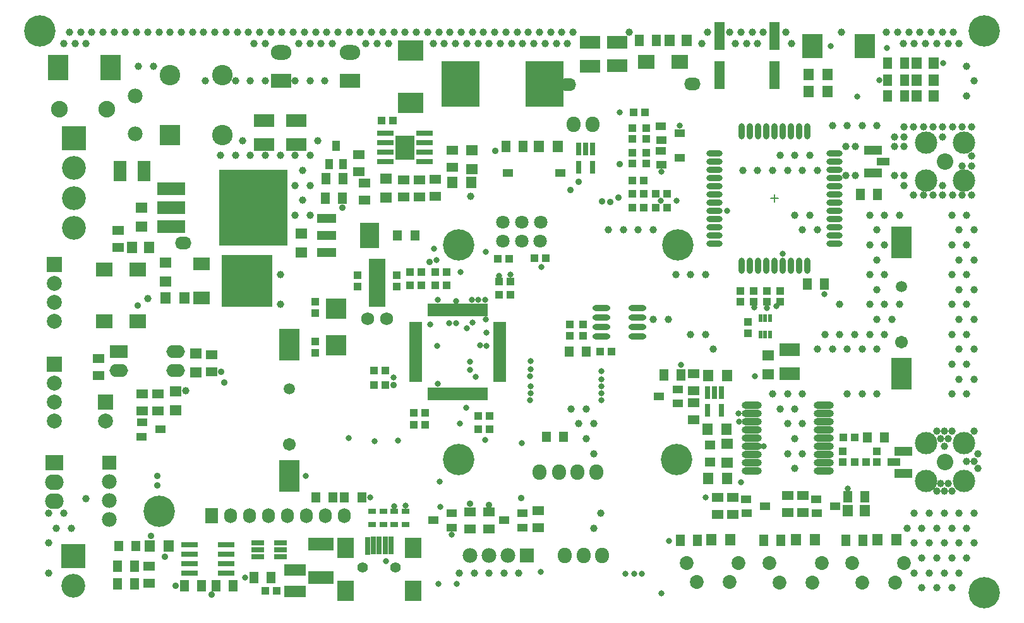
<source format=gts>
G04*
G04 #@! TF.GenerationSoftware,Altium Limited,Altium Designer,18.1.6 (161)*
G04*
G04 Layer_Color=8388736*
%FSTAX24Y24*%
%MOIN*%
G70*
G01*
G75*
%ADD16C,0.0060*%
%ADD76R,0.0552X0.0631*%
%ADD77R,0.0434X0.0316*%
%ADD78R,0.1143X0.0592*%
%ADD79R,0.0671X0.0316*%
%ADD80R,0.0474X0.0630*%
%ADD81R,0.0434X0.0395*%
%ADD82R,0.1379X0.0671*%
%ADD83R,0.0277X0.0966*%
%ADD84R,0.0867X0.1064*%
%ADD85R,0.0631X0.0552*%
%ADD86R,0.1104X0.0710*%
%ADD87R,0.0671X0.0395*%
%ADD88R,0.0946X0.0474*%
%ADD89R,0.0630X0.0474*%
%ADD90O,0.0316X0.0867*%
%ADD91O,0.0867X0.0316*%
%ADD92R,0.1104X0.1064*%
%ADD93R,0.0710X0.1104*%
%ADD94R,0.0580X0.0630*%
%ADD95R,0.0474X0.0580*%
%ADD96R,0.0552X0.0415*%
%ADD97R,0.0395X0.0434*%
%ADD98O,0.0946X0.0316*%
%ADD99R,0.0300X0.0660*%
%ADD100R,0.0580X0.0474*%
%ADD101O,0.1064X0.0395*%
%ADD102R,0.0237X0.0395*%
%ADD103R,0.1064X0.1655*%
%ADD104R,0.1064X0.1261*%
%ADD105R,0.0552X0.1458*%
%ADD106R,0.0867X0.0749*%
%ADD107R,0.0552X0.0395*%
%ADD108R,0.2049X0.2442*%
%ADD109R,0.1379X0.1064*%
%ADD110R,0.1025X0.1300*%
%ADD111R,0.0900X0.0310*%
%ADD112R,0.0415X0.0552*%
%ADD113R,0.0880X0.2580*%
%ADD114R,0.1064X0.1379*%
%ADD115R,0.2678X0.2737*%
%ADD116R,0.0867X0.0710*%
%ADD117R,0.1458X0.0671*%
%ADD118R,0.3623X0.4017*%
%ADD119R,0.0860X0.0300*%
%ADD120R,0.0190X0.0660*%
%ADD121R,0.0660X0.0190*%
%ADD122R,0.1025X0.1379*%
%ADD123R,0.1025X0.0474*%
%ADD124O,0.0730X0.0830*%
%ADD125C,0.0730*%
%ADD126O,0.0867X0.0671*%
%ADD127R,0.0671X0.0789*%
%ADD128O,0.0671X0.0789*%
%ADD129C,0.1182*%
%ADD130C,0.0867*%
%ADD131C,0.0395*%
%ADD132C,0.0680*%
%ADD133R,0.1080X0.0780*%
%ADD134O,0.1080X0.0780*%
%ADD135R,0.1080X0.1080*%
%ADD136C,0.1080*%
%ADD137C,0.0780*%
%ADD138C,0.0880*%
%ADD139C,0.0789*%
%ADD140R,0.0789X0.0789*%
%ADD141R,0.1261X0.1261*%
%ADD142C,0.1261*%
%ADD143O,0.0980X0.0680*%
%ADD144R,0.0980X0.0680*%
%ADD145R,0.0780X0.0780*%
%ADD146R,0.0980X0.0830*%
%ADD147O,0.0980X0.0830*%
%ADD148C,0.0710*%
%ADD149R,0.0780X0.0780*%
%ADD150C,0.0316*%
%ADD151C,0.0356*%
%ADD152C,0.1655*%
%ADD153C,0.0552*%
%ADD154C,0.0592*%
%ADD155C,0.0671*%
D16*
X050303Y04025D02*
X050697D01*
X0505Y040053D02*
Y040447D01*
D76*
X04798Y02545D02*
D03*
X04698D02*
D03*
X04815Y02224D02*
D03*
X04715D02*
D03*
X05261D02*
D03*
X05161D02*
D03*
X05693D02*
D03*
X05593D02*
D03*
X047Y03089D02*
D03*
X048D02*
D03*
X04797Y02806D02*
D03*
X04697D02*
D03*
X0523Y04589D02*
D03*
X0533D02*
D03*
X0523Y04679D02*
D03*
X0533D02*
D03*
X03805Y04299D02*
D03*
X03905D02*
D03*
X01835Y034992D02*
D03*
X01935D02*
D03*
X01853Y02188D02*
D03*
X01753D02*
D03*
X0345Y04111D02*
D03*
X0335D02*
D03*
D77*
X02926Y023015D02*
D03*
X02926Y02373D02*
D03*
X02985Y023015D02*
D03*
X02985Y02373D02*
D03*
X03043Y023745D02*
D03*
X03043Y02303D02*
D03*
X03102Y023015D02*
D03*
X03102Y02373D02*
D03*
D78*
X02518Y02063D02*
D03*
Y019488D02*
D03*
D79*
X023239Y021316D02*
D03*
Y022064D02*
D03*
X024421D02*
D03*
Y02169D02*
D03*
Y021316D02*
D03*
X023239Y02169D02*
D03*
D80*
X02391Y02024D02*
D03*
X02301D02*
D03*
X05503Y04047D02*
D03*
X05593D02*
D03*
X03724Y043D02*
D03*
X03634D02*
D03*
X05223Y03572D02*
D03*
X05313D02*
D03*
X04644Y022206D02*
D03*
X04554D02*
D03*
X05081D02*
D03*
X04991D02*
D03*
X055155D02*
D03*
X054255D02*
D03*
X04425Y0486D02*
D03*
X04335D02*
D03*
X04555Y030924D02*
D03*
X04465D02*
D03*
X05435Y0245D02*
D03*
X05525D02*
D03*
X05645Y04565D02*
D03*
X05735D02*
D03*
X05645Y0465D02*
D03*
X05735D02*
D03*
X05645Y0474D02*
D03*
X05735D02*
D03*
X02104Y01979D02*
D03*
X02194D02*
D03*
X02027Y019795D02*
D03*
X01937D02*
D03*
X01674Y02083D02*
D03*
X01584D02*
D03*
X01674Y01991D02*
D03*
X01584D02*
D03*
X0268Y04025D02*
D03*
X0277D02*
D03*
X02683Y04129D02*
D03*
X02773D02*
D03*
D81*
X023635Y019535D02*
D03*
X024225D02*
D03*
X036486Y037078D02*
D03*
X035895D02*
D03*
X029355Y03115D02*
D03*
X029945D02*
D03*
X029355Y0304D02*
D03*
X029945D02*
D03*
X034855Y02805D02*
D03*
X035445D02*
D03*
X034855Y028778D02*
D03*
X035445D02*
D03*
X043074Y0448D02*
D03*
X043665D02*
D03*
X041305Y032151D02*
D03*
X041895D02*
D03*
X054124Y027633D02*
D03*
X054715D02*
D03*
X054724Y026337D02*
D03*
X055315D02*
D03*
X030345Y044353D02*
D03*
X029755D02*
D03*
X044234Y039755D02*
D03*
X044825D02*
D03*
X044234Y0405D02*
D03*
X044825D02*
D03*
X043576D02*
D03*
X042985D02*
D03*
X043576Y039755D02*
D03*
X042985D02*
D03*
X043576Y0412D02*
D03*
X042985D02*
D03*
X037824Y0371D02*
D03*
X038415D02*
D03*
X032605Y03565D02*
D03*
X033195D02*
D03*
X032605Y03635D02*
D03*
X033195D02*
D03*
X031255Y036353D02*
D03*
X031845D02*
D03*
X031255Y03565D02*
D03*
X031845D02*
D03*
X035955Y035152D02*
D03*
X036545D02*
D03*
X035955Y035852D02*
D03*
X036545D02*
D03*
X032065Y028918D02*
D03*
X031475D02*
D03*
X032065Y02828D02*
D03*
X031475D02*
D03*
D82*
X02655Y02022D02*
D03*
X02655Y022006D02*
D03*
D83*
X03026Y02193D02*
D03*
X02995Y021925D02*
D03*
X02964Y02192D02*
D03*
X02933Y021915D02*
D03*
X02902Y02191D02*
D03*
D84*
X031412Y02179D02*
D03*
X03141Y01953D02*
D03*
X027867D02*
D03*
X027868Y02179D02*
D03*
D85*
X05016Y03095D02*
D03*
Y03195D02*
D03*
X02999Y0403D02*
D03*
Y0413D02*
D03*
X01709Y03975D02*
D03*
Y03875D02*
D03*
X01995Y03105D02*
D03*
Y03205D02*
D03*
X04799Y0273D02*
D03*
Y0263D02*
D03*
X01836Y03585D02*
D03*
Y03685D02*
D03*
X01889Y02905D02*
D03*
Y03005D02*
D03*
X02554Y0384D02*
D03*
Y0374D02*
D03*
X03451Y0418D02*
D03*
Y0428D02*
D03*
D86*
X05129Y03227D02*
D03*
Y03101D02*
D03*
X0422Y04725D02*
D03*
Y04851D02*
D03*
X04075Y04724D02*
D03*
Y0485D02*
D03*
X02525Y04436D02*
D03*
Y0431D02*
D03*
X02355Y04436D02*
D03*
Y0431D02*
D03*
D87*
X056212Y0422D02*
D03*
X056788Y026318D02*
D03*
D88*
X0557Y042791D02*
D03*
Y041609D02*
D03*
X0573Y025727D02*
D03*
Y026908D02*
D03*
D89*
X03802Y02375D02*
D03*
Y02285D02*
D03*
X03542Y0237D02*
D03*
Y0228D02*
D03*
X03442Y0237D02*
D03*
Y0228D02*
D03*
X03175Y04124D02*
D03*
Y04034D02*
D03*
X03092Y04034D02*
D03*
Y04124D02*
D03*
X01585Y03765D02*
D03*
Y03855D02*
D03*
X046232Y030104D02*
D03*
Y031004D02*
D03*
Y02855D02*
D03*
Y02945D02*
D03*
X052Y02455D02*
D03*
Y02365D02*
D03*
X0512Y02365D02*
D03*
Y02455D02*
D03*
X0483Y02445D02*
D03*
Y02355D02*
D03*
X0475Y02355D02*
D03*
Y02445D02*
D03*
X02855Y04255D02*
D03*
Y04165D02*
D03*
X02885Y04105D02*
D03*
Y04015D02*
D03*
X01484Y03179D02*
D03*
Y03089D02*
D03*
X017496Y02082D02*
D03*
Y01992D02*
D03*
X01795Y029936D02*
D03*
Y029036D02*
D03*
X01711Y029936D02*
D03*
Y029036D02*
D03*
X0208Y0311D02*
D03*
Y032D02*
D03*
X03349Y0428D02*
D03*
Y0419D02*
D03*
X0326Y04035D02*
D03*
Y04125D02*
D03*
D90*
X048768Y043793D02*
D03*
X049201D02*
D03*
X049634D02*
D03*
X050067D02*
D03*
X0505D02*
D03*
X050933D02*
D03*
X051366D02*
D03*
X051799D02*
D03*
X052232D02*
D03*
Y036707D02*
D03*
X051799D02*
D03*
X051366D02*
D03*
X050933D02*
D03*
X0505D02*
D03*
X050067D02*
D03*
X049634D02*
D03*
X049201D02*
D03*
X048768D02*
D03*
D91*
X053669Y042632D02*
D03*
Y042199D02*
D03*
Y041766D02*
D03*
Y041333D02*
D03*
Y0409D02*
D03*
Y040467D02*
D03*
Y040033D02*
D03*
Y0396D02*
D03*
Y039167D02*
D03*
Y038734D02*
D03*
Y038301D02*
D03*
Y037868D02*
D03*
X047331D02*
D03*
Y038301D02*
D03*
Y038734D02*
D03*
Y039167D02*
D03*
Y0396D02*
D03*
Y040033D02*
D03*
Y040467D02*
D03*
Y0409D02*
D03*
Y041333D02*
D03*
Y041766D02*
D03*
Y042199D02*
D03*
Y042632D02*
D03*
D92*
X02735Y034415D02*
D03*
Y032485D02*
D03*
D93*
X01723Y04171D02*
D03*
X01597D02*
D03*
D94*
X017496Y037649D02*
D03*
X016596D02*
D03*
X04495Y0486D02*
D03*
X04585D02*
D03*
X054356Y02375D02*
D03*
X055256D02*
D03*
X0589Y04565D02*
D03*
X058D02*
D03*
Y0465D02*
D03*
X0589D02*
D03*
Y0474D02*
D03*
X058D02*
D03*
D95*
X027193Y024476D02*
D03*
X026287D02*
D03*
X039657Y032151D02*
D03*
X040563D02*
D03*
X056306Y027633D02*
D03*
X0554D02*
D03*
X030607Y038296D02*
D03*
X031513D02*
D03*
X038447Y027676D02*
D03*
X039353D02*
D03*
X028713Y024474D02*
D03*
X027807D02*
D03*
X015884Y02189D02*
D03*
X01679D02*
D03*
D96*
X03622Y02325D02*
D03*
X037202Y022878D02*
D03*
X037204Y023636D02*
D03*
X045492Y0437D02*
D03*
X04451Y04333D02*
D03*
X044508Y044074D02*
D03*
X045492Y0424D02*
D03*
X04451Y04203D02*
D03*
X044508Y042774D02*
D03*
X044408Y0298D02*
D03*
X04539Y03017D02*
D03*
X045392Y029426D02*
D03*
X053692Y024D02*
D03*
X05271Y02363D02*
D03*
X052708Y024374D02*
D03*
X049992Y024D02*
D03*
X04901Y02363D02*
D03*
X049008Y024374D02*
D03*
X018092Y028048D02*
D03*
X01711Y02842D02*
D03*
X017108Y027662D02*
D03*
X033474Y023636D02*
D03*
X033472Y022878D02*
D03*
X03249Y02325D02*
D03*
D97*
X043714Y042676D02*
D03*
Y042085D02*
D03*
X043Y042676D02*
D03*
Y042085D02*
D03*
X0404Y033581D02*
D03*
Y03299D02*
D03*
X0397Y033581D02*
D03*
Y03299D02*
D03*
X0559Y026318D02*
D03*
Y026908D02*
D03*
X0541Y026318D02*
D03*
Y026908D02*
D03*
X04868Y035376D02*
D03*
Y034785D02*
D03*
X0491Y033715D02*
D03*
Y033125D02*
D03*
X02625Y034205D02*
D03*
Y034795D02*
D03*
Y032695D02*
D03*
Y032105D02*
D03*
X0494Y035376D02*
D03*
Y034785D02*
D03*
X0508Y035376D02*
D03*
Y034785D02*
D03*
X0501Y035376D02*
D03*
Y034785D02*
D03*
X043714Y043976D02*
D03*
Y043385D02*
D03*
X043Y043976D02*
D03*
Y043385D02*
D03*
X0285Y036195D02*
D03*
Y035605D02*
D03*
X03055Y036195D02*
D03*
Y035605D02*
D03*
D98*
X041355Y034455D02*
D03*
Y033955D02*
D03*
Y033455D02*
D03*
Y032955D02*
D03*
X043245Y034455D02*
D03*
Y033955D02*
D03*
Y033455D02*
D03*
Y032955D02*
D03*
D99*
X0477Y02906D02*
D03*
X046952D02*
D03*
Y03D02*
D03*
X047326D02*
D03*
X0477D02*
D03*
X0409Y04191D02*
D03*
X040152D02*
D03*
Y04285D02*
D03*
X040526D02*
D03*
X0409D02*
D03*
D100*
X047096Y027243D02*
D03*
Y026337D02*
D03*
D101*
X049281Y029332D02*
D03*
Y028899D02*
D03*
Y028466D02*
D03*
Y027167D02*
D03*
Y0276D02*
D03*
Y028033D02*
D03*
Y026734D02*
D03*
Y026301D02*
D03*
Y025868D02*
D03*
X0531D02*
D03*
Y026301D02*
D03*
Y026734D02*
D03*
Y028033D02*
D03*
Y0276D02*
D03*
Y027167D02*
D03*
Y028466D02*
D03*
Y028899D02*
D03*
Y029332D02*
D03*
D102*
X049744Y03392D02*
D03*
X050256D02*
D03*
X05D02*
D03*
X050256Y033062D02*
D03*
X05D02*
D03*
X049744D02*
D03*
D103*
X05719Y031D02*
D03*
Y03794D02*
D03*
X0249Y0256D02*
D03*
Y03254D02*
D03*
D104*
X055256Y0483D02*
D03*
X0525D02*
D03*
D105*
X0505Y046752D02*
D03*
Y048839D02*
D03*
X0476Y046752D02*
D03*
Y048839D02*
D03*
D106*
X043714Y04745D02*
D03*
X045485D02*
D03*
X016886Y0365D02*
D03*
X015115D02*
D03*
X016886Y03375D02*
D03*
X015115D02*
D03*
D107*
X039178Y0416D02*
D03*
X036422D02*
D03*
D108*
X033926Y0463D02*
D03*
X038374D02*
D03*
D109*
X0313Y048053D02*
D03*
Y0453D02*
D03*
D110*
X030997Y042944D02*
D03*
D111*
X032027Y043694D02*
D03*
Y043194D02*
D03*
Y042694D02*
D03*
Y042194D02*
D03*
X029967D02*
D03*
Y042694D02*
D03*
Y043194D02*
D03*
Y043694D02*
D03*
D112*
X02737Y043032D02*
D03*
X02774Y04205D02*
D03*
X026996Y042048D02*
D03*
D113*
X02951Y035789D02*
D03*
D114*
X012697Y04715D02*
D03*
X01545D02*
D03*
D115*
X022659Y0359D02*
D03*
D116*
X020257Y035002D02*
D03*
Y036798D02*
D03*
D117*
X018669Y03875D02*
D03*
Y03975D02*
D03*
Y04075D02*
D03*
D118*
X023Y03975D02*
D03*
D119*
X02156Y02045D02*
D03*
Y02095D02*
D03*
Y02145D02*
D03*
Y02195D02*
D03*
X01962D02*
D03*
Y02145D02*
D03*
Y02095D02*
D03*
Y02045D02*
D03*
D120*
X032299Y034365D02*
D03*
X032496D02*
D03*
X032693D02*
D03*
X03289D02*
D03*
X033087D02*
D03*
X033283D02*
D03*
X03348D02*
D03*
X033677D02*
D03*
X033874D02*
D03*
X034071D02*
D03*
X034268D02*
D03*
X034465D02*
D03*
X034661D02*
D03*
X034858D02*
D03*
X035055D02*
D03*
X035252D02*
D03*
Y029935D02*
D03*
X035055D02*
D03*
X034858D02*
D03*
X034661D02*
D03*
X034465D02*
D03*
X034268D02*
D03*
X034071D02*
D03*
X033874D02*
D03*
X033677D02*
D03*
X03348D02*
D03*
X033283D02*
D03*
X033087D02*
D03*
X03289D02*
D03*
X032693D02*
D03*
X032496D02*
D03*
X032299D02*
D03*
D121*
X035991Y033626D02*
D03*
Y03343D02*
D03*
Y033233D02*
D03*
Y033036D02*
D03*
Y032839D02*
D03*
Y032248D02*
D03*
Y032052D02*
D03*
Y031855D02*
D03*
Y031658D02*
D03*
X031561Y030674D02*
D03*
Y03087D02*
D03*
Y031067D02*
D03*
Y031264D02*
D03*
Y031461D02*
D03*
Y031658D02*
D03*
Y031855D02*
D03*
Y032052D02*
D03*
Y032248D02*
D03*
Y032445D02*
D03*
Y032642D02*
D03*
Y032839D02*
D03*
Y033036D02*
D03*
Y033233D02*
D03*
Y03343D02*
D03*
Y033626D02*
D03*
X035991Y032642D02*
D03*
Y031264D02*
D03*
Y031067D02*
D03*
Y03087D02*
D03*
Y030674D02*
D03*
Y031461D02*
D03*
Y032445D02*
D03*
D122*
X029142Y0383D02*
D03*
D123*
X026858Y037394D02*
D03*
Y0383D02*
D03*
Y039206D02*
D03*
D124*
X0411Y02581D02*
D03*
X04009D02*
D03*
X03911D02*
D03*
X0381D02*
D03*
X03941Y0214D02*
D03*
X04042D02*
D03*
X0414D02*
D03*
X0409Y04415D02*
D03*
X03989D02*
D03*
D125*
X05734Y021D02*
D03*
X05459D02*
D03*
X05686Y01997D02*
D03*
X05512D02*
D03*
X0486Y02101D02*
D03*
X04585D02*
D03*
X04812Y01998D02*
D03*
X04638D02*
D03*
X052986Y021D02*
D03*
X050236D02*
D03*
X052506Y01997D02*
D03*
X050766D02*
D03*
D126*
X03959Y04626D02*
D03*
X01928Y03791D02*
D03*
X04617Y04631D02*
D03*
D127*
X0208Y02351D02*
D03*
D128*
X0218D02*
D03*
X0228D02*
D03*
X0238D02*
D03*
X0248D02*
D03*
X0258D02*
D03*
X0268D02*
D03*
X0278D02*
D03*
D129*
X0605Y027337D02*
D03*
Y025337D02*
D03*
X0585D02*
D03*
Y027337D02*
D03*
X0605Y0432D02*
D03*
Y0412D02*
D03*
X0585D02*
D03*
Y0432D02*
D03*
D130*
X0595Y026337D02*
D03*
Y0422D02*
D03*
D131*
X0308Y043337D02*
D03*
Y042944D02*
D03*
Y04255D02*
D03*
X031194D02*
D03*
Y042944D02*
D03*
Y043337D02*
D03*
X055906Y044095D02*
D03*
X055118D02*
D03*
X054331D02*
D03*
X053543D02*
D03*
X061024Y027953D02*
D03*
X061221Y026772D02*
D03*
X061024Y026378D02*
D03*
X061221Y025984D02*
D03*
X06063Y026378D02*
D03*
X059843Y027953D02*
D03*
Y024803D02*
D03*
X059449Y027953D02*
D03*
X059646Y027559D02*
D03*
X059449Y027165D02*
D03*
X059646Y025197D02*
D03*
X059449Y024803D02*
D03*
X059055Y027953D02*
D03*
X059252Y027559D02*
D03*
Y025197D02*
D03*
X059055Y024803D02*
D03*
X060236Y048425D02*
D03*
X059941Y049016D02*
D03*
X059646Y048425D02*
D03*
X05935Y049016D02*
D03*
X059055Y048425D02*
D03*
X05876Y049016D02*
D03*
X058465Y048425D02*
D03*
X058169Y049016D02*
D03*
X057874Y048425D02*
D03*
X057579Y049016D02*
D03*
X057283Y048425D02*
D03*
X056988Y049016D02*
D03*
X056398D02*
D03*
X054035D02*
D03*
X051378Y048425D02*
D03*
X051083Y049016D02*
D03*
X049902D02*
D03*
X049606Y048425D02*
D03*
X049311Y049016D02*
D03*
X049016Y048425D02*
D03*
X04872Y049016D02*
D03*
X048425Y048425D02*
D03*
X04813Y049016D02*
D03*
X046949D02*
D03*
X046654Y048425D02*
D03*
X042815Y049016D02*
D03*
X039862D02*
D03*
X039567Y048425D02*
D03*
X039272Y049016D02*
D03*
X038976Y048425D02*
D03*
X038681Y049016D02*
D03*
X038386Y048425D02*
D03*
X038091Y049016D02*
D03*
X037795Y048425D02*
D03*
X0375Y049016D02*
D03*
X037205Y048425D02*
D03*
X036909Y049016D02*
D03*
X036614Y048425D02*
D03*
X036319Y049016D02*
D03*
X036024Y048425D02*
D03*
X035728Y049016D02*
D03*
X035433Y048425D02*
D03*
X035138Y049016D02*
D03*
X034843Y048425D02*
D03*
X034547Y049016D02*
D03*
X034252Y048425D02*
D03*
X033957Y049016D02*
D03*
X033661Y048425D02*
D03*
X033366Y049016D02*
D03*
X033071Y048425D02*
D03*
X032776Y049016D02*
D03*
X03248Y048425D02*
D03*
X032185Y049016D02*
D03*
X031594D02*
D03*
X031004D02*
D03*
X030413D02*
D03*
X030118Y048425D02*
D03*
X029823Y049016D02*
D03*
X029528Y048425D02*
D03*
X029232Y049016D02*
D03*
X028937Y048425D02*
D03*
X028642Y049016D02*
D03*
X028051D02*
D03*
X027461D02*
D03*
X027165Y048425D02*
D03*
X02687Y049016D02*
D03*
X026575Y048425D02*
D03*
X02628Y049016D02*
D03*
X025984Y048425D02*
D03*
X025689Y049016D02*
D03*
X025394Y048425D02*
D03*
X025098Y049016D02*
D03*
X024508D02*
D03*
X023917D02*
D03*
X023622Y048425D02*
D03*
X023327Y049016D02*
D03*
X023031Y048425D02*
D03*
X022736Y049016D02*
D03*
X022146D02*
D03*
X021555D02*
D03*
X020965D02*
D03*
X020374D02*
D03*
X019783D02*
D03*
X019193D02*
D03*
X018602D02*
D03*
X018012D02*
D03*
X017421D02*
D03*
X016831D02*
D03*
X01624D02*
D03*
X01565D02*
D03*
X015059D02*
D03*
X014468D02*
D03*
X014173Y048425D02*
D03*
X013878Y049016D02*
D03*
X013583Y048425D02*
D03*
X013287Y049016D02*
D03*
X012992Y048425D02*
D03*
X026378Y043307D02*
D03*
X025984Y04252D02*
D03*
Y040945D02*
D03*
Y03937D02*
D03*
X025197Y04252D02*
D03*
X025591Y041732D02*
D03*
X025197Y040945D02*
D03*
X025591Y040157D02*
D03*
X025197Y03937D02*
D03*
X024409Y04252D02*
D03*
Y03622D02*
D03*
Y034646D02*
D03*
X023622Y04252D02*
D03*
X022835D02*
D03*
X022441Y043307D02*
D03*
X022047Y04252D02*
D03*
X02126D02*
D03*
X014173Y024409D02*
D03*
X013386Y022835D02*
D03*
X012992Y023622D02*
D03*
X012598Y022835D02*
D03*
X012205Y023622D02*
D03*
Y022047D02*
D03*
Y020472D02*
D03*
X061024Y023622D02*
D03*
X06063Y022835D02*
D03*
X061024Y022047D02*
D03*
X06063Y02126D02*
D03*
X060236Y023622D02*
D03*
X059843Y022835D02*
D03*
X060236Y022047D02*
D03*
X059843Y02126D02*
D03*
X060236Y020472D02*
D03*
X059843Y019685D02*
D03*
X059449Y023622D02*
D03*
X059055Y022835D02*
D03*
X059449Y022047D02*
D03*
X059055Y02126D02*
D03*
X059449Y020472D02*
D03*
X059055Y019685D02*
D03*
X058661Y023622D02*
D03*
X058268Y022835D02*
D03*
X058661Y022047D02*
D03*
X058268Y02126D02*
D03*
X058661Y020472D02*
D03*
X058268Y019685D02*
D03*
X057874Y023622D02*
D03*
X05748Y022835D02*
D03*
X057874Y022047D02*
D03*
Y020472D02*
D03*
X055906Y029921D02*
D03*
X055118D02*
D03*
X054331D02*
D03*
X051969D02*
D03*
Y028346D02*
D03*
Y026772D02*
D03*
X051181Y029921D02*
D03*
X051575Y029134D02*
D03*
X051181Y028346D02*
D03*
X051575Y027559D02*
D03*
X051181Y026772D02*
D03*
X051575Y025984D02*
D03*
X050394Y029921D02*
D03*
X050787Y029134D02*
D03*
X044095Y038583D02*
D03*
X043307D02*
D03*
X04252D02*
D03*
X041732D02*
D03*
X047244Y032283D02*
D03*
X04685Y03622D02*
D03*
Y033071D02*
D03*
X046063Y03622D02*
D03*
Y033071D02*
D03*
X045276Y03622D02*
D03*
X044882Y033858D02*
D03*
X044095D02*
D03*
X052756Y041732D02*
D03*
Y038583D02*
D03*
X052362Y04252D02*
D03*
X051969Y041732D02*
D03*
X052362Y03937D02*
D03*
X051969Y038583D02*
D03*
X051575Y04252D02*
D03*
X051181Y041732D02*
D03*
X051575Y03937D02*
D03*
X050787Y04252D02*
D03*
X050394Y041732D02*
D03*
X049606D02*
D03*
X048819D02*
D03*
X057087Y03937D02*
D03*
Y034646D02*
D03*
X056693Y033858D02*
D03*
X056299Y03937D02*
D03*
X055906Y038583D02*
D03*
X056299Y037795D02*
D03*
X055906Y037008D02*
D03*
X056299Y03622D02*
D03*
X055906Y035433D02*
D03*
X056299Y034646D02*
D03*
X055906Y033858D02*
D03*
X056299Y033071D02*
D03*
X055906Y032283D02*
D03*
X055512Y03937D02*
D03*
Y037795D02*
D03*
Y03622D02*
D03*
Y034646D02*
D03*
Y033071D02*
D03*
X055118Y032283D02*
D03*
X054724Y033071D02*
D03*
X054331Y032283D02*
D03*
X053937Y034646D02*
D03*
Y033071D02*
D03*
X053543Y032283D02*
D03*
X05315Y033071D02*
D03*
X052756Y032283D02*
D03*
X06063Y03937D02*
D03*
X061024Y038583D02*
D03*
X06063Y037795D02*
D03*
X061024Y037008D02*
D03*
X06063Y03622D02*
D03*
X061024Y035433D02*
D03*
X06063Y034646D02*
D03*
X061024Y033858D02*
D03*
X06063Y033071D02*
D03*
X061024Y032283D02*
D03*
X06063Y031496D02*
D03*
X061024Y030709D02*
D03*
X06063Y029921D02*
D03*
X059843Y03937D02*
D03*
X060236Y038583D02*
D03*
X059843Y037795D02*
D03*
X060236Y037008D02*
D03*
X059843Y03622D02*
D03*
X060236Y035433D02*
D03*
X059843Y034646D02*
D03*
X060236Y033858D02*
D03*
X059843Y033071D02*
D03*
X060236Y032283D02*
D03*
X059843Y031496D02*
D03*
X060236Y030709D02*
D03*
X059843Y029921D02*
D03*
X060906Y044016D02*
D03*
Y04248D02*
D03*
Y041968D02*
D03*
Y040433D02*
D03*
X060394Y044016D02*
D03*
Y041968D02*
D03*
Y040433D02*
D03*
X059882Y044016D02*
D03*
Y040433D02*
D03*
X05937Y044016D02*
D03*
Y043504D02*
D03*
Y040945D02*
D03*
Y040433D02*
D03*
X058858Y044016D02*
D03*
Y040433D02*
D03*
X058346Y044016D02*
D03*
Y040433D02*
D03*
X057835Y044016D02*
D03*
Y040433D02*
D03*
X057323Y044016D02*
D03*
Y043504D02*
D03*
Y042992D02*
D03*
Y041457D02*
D03*
Y040945D02*
D03*
X056811Y043504D02*
D03*
Y042992D02*
D03*
Y041457D02*
D03*
X054764Y042992D02*
D03*
Y041457D02*
D03*
X054252Y042992D02*
D03*
Y041457D02*
D03*
X037008Y020472D02*
D03*
X03622D02*
D03*
X035433D02*
D03*
X034646D02*
D03*
X033858D02*
D03*
X040945Y028346D02*
D03*
Y026772D02*
D03*
X040551Y029134D02*
D03*
X040157Y028346D02*
D03*
X040551Y027559D02*
D03*
X039764Y029134D02*
D03*
X041339Y023622D02*
D03*
X040945Y022835D02*
D03*
X06063Y047244D02*
D03*
X061024Y046457D02*
D03*
X06063Y045669D02*
D03*
X017717Y047244D02*
D03*
X016929D02*
D03*
X026772Y046457D02*
D03*
X025984D02*
D03*
X025197D02*
D03*
X023622D02*
D03*
X022835D02*
D03*
X022047D02*
D03*
X020472D02*
D03*
X01944Y0301D02*
D03*
X01743Y03495D02*
D03*
X03445Y04035D02*
D03*
D132*
X03003Y033889D02*
D03*
X02903D02*
D03*
D133*
X0281Y04645D02*
D03*
X02445D02*
D03*
D134*
X0281Y04795D02*
D03*
X02445D02*
D03*
D135*
X018588Y043603D02*
D03*
D136*
X021344D02*
D03*
Y046752D02*
D03*
X018588D02*
D03*
D137*
X01675Y04565D02*
D03*
Y04365D02*
D03*
X0154Y0233D02*
D03*
Y0243D02*
D03*
Y0253D02*
D03*
X03442Y0214D02*
D03*
X03542D02*
D03*
X03642D02*
D03*
D138*
X01275Y04495D02*
D03*
X01525D02*
D03*
D139*
X0125Y03375D02*
D03*
Y03475D02*
D03*
Y03575D02*
D03*
X0152Y0285D02*
D03*
X0125D02*
D03*
Y0295D02*
D03*
Y0305D02*
D03*
D140*
Y03675D02*
D03*
X0152Y0295D02*
D03*
X0125Y0315D02*
D03*
D141*
X01351Y043425D02*
D03*
X0135Y02137D02*
D03*
D142*
X01351Y04185D02*
D03*
Y040275D02*
D03*
Y0387D02*
D03*
X0135Y019795D02*
D03*
D143*
X0189Y03215D02*
D03*
Y03115D02*
D03*
X0159D02*
D03*
D144*
Y03215D02*
D03*
D145*
X0154Y0263D02*
D03*
D146*
X0125Y026305D02*
D03*
D147*
Y025255D02*
D03*
Y024255D02*
D03*
D148*
X03715Y039D02*
D03*
X03815D02*
D03*
X03615D02*
D03*
X03814Y038D02*
D03*
X03715D02*
D03*
X03615D02*
D03*
D149*
X03742Y0214D02*
D03*
D150*
X04872Y02526D02*
D03*
X02939Y02742D02*
D03*
X03062Y02745D02*
D03*
X04941Y03449D02*
D03*
X03275Y01991D02*
D03*
X03372Y01989D02*
D03*
X03285Y02397D02*
D03*
X03043Y023986D02*
D03*
X02999Y02109D02*
D03*
X03281Y02529D02*
D03*
X033472Y02248D02*
D03*
X03102Y02403D02*
D03*
X02257Y02024D02*
D03*
X04454Y0194D02*
D03*
X02917Y02445D02*
D03*
X041361Y030321D02*
D03*
X04136Y02961D02*
D03*
X041361Y03071D02*
D03*
Y02995D02*
D03*
X037609Y030321D02*
D03*
X0376Y029612D02*
D03*
X03761Y02996D02*
D03*
X04136Y03113D02*
D03*
X03495Y03251D02*
D03*
X0353Y03245D02*
D03*
X03529Y03317D02*
D03*
X04799Y0396D02*
D03*
X04947Y03086D02*
D03*
X04991Y02716D02*
D03*
X02804Y02758D02*
D03*
X0304Y03081D02*
D03*
X04492Y02216D02*
D03*
X03817Y02054D02*
D03*
X04262Y02043D02*
D03*
X04309D02*
D03*
X04348Y02044D02*
D03*
X03423Y02921D02*
D03*
X03388Y02837D02*
D03*
X03265Y03701D02*
D03*
X05604Y0465D02*
D03*
X05641Y04821D02*
D03*
X05487Y04564D02*
D03*
X0382Y03663D02*
D03*
X05346Y04831D02*
D03*
X05939Y04741D02*
D03*
X045492Y04409D02*
D03*
X05314Y03518D02*
D03*
X04451Y04167D02*
D03*
X0376Y03085D02*
D03*
X03761Y03122D02*
D03*
X03471Y03084D02*
D03*
X03442Y03121D02*
D03*
X03762Y03167D02*
D03*
X03442Y03164D02*
D03*
X03715Y02734D02*
D03*
X03455Y03371D02*
D03*
X034268Y03339D02*
D03*
X034858Y034908D02*
D03*
X04862Y02846D02*
D03*
X0486Y02891D02*
D03*
X04555Y03146D02*
D03*
X03452Y03491D02*
D03*
X03521Y03488D02*
D03*
Y02749D02*
D03*
X03369Y03367D02*
D03*
X03334D02*
D03*
X04234Y04481D02*
D03*
X04686Y02445D02*
D03*
X05435Y024924D02*
D03*
X035252Y03386D02*
D03*
X0501Y03445D02*
D03*
X050582Y034568D02*
D03*
X05094Y03734D02*
D03*
X04449Y04012D02*
D03*
X04534D02*
D03*
X03274Y03047D02*
D03*
X03254Y03761D02*
D03*
X03273Y034887D02*
D03*
X02575Y0256D02*
D03*
X03394Y03637D02*
D03*
X033677Y03484D02*
D03*
X03527Y037445D02*
D03*
X03655Y03623D02*
D03*
X035955Y036165D02*
D03*
X03232Y0336D02*
D03*
X03269Y03245D02*
D03*
D151*
X02147Y03053D02*
D03*
X01793Y02558D02*
D03*
X03229Y03691D02*
D03*
X04226Y0403D02*
D03*
X03713Y02444D02*
D03*
X04234Y04207D02*
D03*
X04183Y04005D02*
D03*
X04138Y04009D02*
D03*
X03542Y02407D02*
D03*
X03443Y02414D02*
D03*
X01792Y0251D02*
D03*
X029142Y0383D02*
D03*
X02128Y0311D02*
D03*
X02768Y03976D02*
D03*
X04015Y04112D02*
D03*
X01688Y03459D02*
D03*
X01758Y02242D02*
D03*
X02079Y01932D02*
D03*
X01889Y019795D02*
D03*
X01834Y02132D02*
D03*
X0304Y03038D02*
D03*
X03575Y04275D02*
D03*
X03974Y04071D02*
D03*
D152*
X01803Y02372D02*
D03*
X03381Y03778D02*
D03*
X04539D02*
D03*
X03381Y02647D02*
D03*
X04534D02*
D03*
X01174Y0491D02*
D03*
X06156Y01944D02*
D03*
Y04911D02*
D03*
D153*
X028774Y020774D02*
D03*
X030506D02*
D03*
D154*
X05719Y03559D02*
D03*
X0249Y03019D02*
D03*
D155*
X05718Y03266D02*
D03*
X02489Y02726D02*
D03*
M02*

</source>
